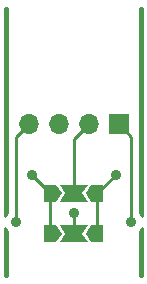
<source format=gtl>
%TF.GenerationSoftware,KiCad,Pcbnew,5.1.0*%
%TF.CreationDate,2019-04-08T01:08:53+02:00*%
%TF.ProjectId,Illumination-PLCC4,496c6c75-6d69-46e6-9174-696f6e2d504c,rev?*%
%TF.SameCoordinates,Original*%
%TF.FileFunction,Copper,L1,Top*%
%TF.FilePolarity,Positive*%
%FSLAX46Y46*%
G04 Gerber Fmt 4.6, Leading zero omitted, Abs format (unit mm)*
G04 Created by KiCad (PCBNEW 5.1.0) date 2019-04-08 01:08:53*
%MOMM*%
%LPD*%
G04 APERTURE LIST*
%ADD10C,0.300000*%
%ADD11C,0.100000*%
%ADD12O,1.700000X1.700000*%
%ADD13R,1.700000X1.700000*%
%ADD14C,0.900000*%
%ADD15C,0.250000*%
%ADD16C,0.254000*%
G04 APERTURE END LIST*
D10*
X149500000Y-148350000D03*
D11*
G36*
X148500000Y-148350000D02*
G01*
X149000000Y-147600000D01*
X150000000Y-147600000D01*
X150000000Y-149100000D01*
X149000000Y-149100000D01*
X148500000Y-148350000D01*
X148500000Y-148350000D01*
G37*
D10*
X147500000Y-148350000D03*
D11*
G36*
X146800000Y-148350000D02*
G01*
X146300000Y-147600000D01*
X148700000Y-147600000D01*
X148200000Y-148350000D01*
X148700000Y-149100000D01*
X146300000Y-149100000D01*
X146800000Y-148350000D01*
X146800000Y-148350000D01*
G37*
D10*
X145500000Y-148350000D03*
D11*
G36*
X146500000Y-148350000D02*
G01*
X146000000Y-149100000D01*
X145000000Y-149100000D01*
X145000000Y-147600000D01*
X146000000Y-147600000D01*
X146500000Y-148350000D01*
X146500000Y-148350000D01*
G37*
D10*
X149500000Y-151750000D03*
D11*
G36*
X148500000Y-151750000D02*
G01*
X149000000Y-151000000D01*
X150000000Y-151000000D01*
X150000000Y-152500000D01*
X149000000Y-152500000D01*
X148500000Y-151750000D01*
X148500000Y-151750000D01*
G37*
D10*
X147500000Y-151750000D03*
D11*
G36*
X148200000Y-151750000D02*
G01*
X148700000Y-152500000D01*
X146300000Y-152500000D01*
X146800000Y-151750000D01*
X146300000Y-151000000D01*
X148700000Y-151000000D01*
X148200000Y-151750000D01*
X148200000Y-151750000D01*
G37*
D10*
X145500000Y-151750000D03*
D11*
G36*
X146500000Y-151750000D02*
G01*
X146000000Y-152500000D01*
X145000000Y-152500000D01*
X145000000Y-151000000D01*
X146000000Y-151000000D01*
X146500000Y-151750000D01*
X146500000Y-151750000D01*
G37*
D12*
X143690000Y-142500000D03*
X146230000Y-142500000D03*
X148770000Y-142500000D03*
D13*
X151310000Y-142500000D03*
D14*
X143950000Y-146800000D03*
X142650000Y-150750000D03*
X152350000Y-150750000D03*
X151050000Y-146800000D03*
X147500000Y-150000000D03*
D15*
X145500000Y-148350000D02*
X145500000Y-151750000D01*
X145500000Y-148350000D02*
X143950000Y-146800000D01*
X142650000Y-150750000D02*
X142650000Y-150750000D01*
X142650000Y-150750000D02*
X142650000Y-144540000D01*
X142650000Y-143540000D02*
X143690000Y-142500000D01*
X142650000Y-144540000D02*
X142650000Y-143540000D01*
X151310000Y-142500000D02*
X151310000Y-142510000D01*
X152350000Y-143550000D02*
X152350000Y-144700000D01*
X151310000Y-142510000D02*
X152350000Y-143550000D01*
X152350000Y-150750000D02*
X152350000Y-144700000D01*
X149500000Y-151750000D02*
X149500000Y-148350000D01*
X149500000Y-148350000D02*
X151050000Y-146800000D01*
X147500000Y-151750000D02*
X147500000Y-150000000D01*
X147500000Y-148350000D02*
X147500000Y-144770000D01*
X147500000Y-143770000D02*
X148770000Y-142500000D01*
X147500000Y-144770000D02*
X147500000Y-143770000D01*
D16*
G36*
X153315000Y-155315000D02*
G01*
X153127000Y-155315000D01*
X153127000Y-153902007D01*
X153135000Y-153861788D01*
X153135000Y-153638212D01*
X153127000Y-153597993D01*
X153127000Y-151507422D01*
X153192775Y-151441647D01*
X153311515Y-151263940D01*
X153315000Y-151255526D01*
X153315000Y-155315000D01*
X153315000Y-155315000D01*
G37*
X153315000Y-155315000D02*
X153127000Y-155315000D01*
X153127000Y-153902007D01*
X153135000Y-153861788D01*
X153135000Y-153638212D01*
X153127000Y-153597993D01*
X153127000Y-151507422D01*
X153192775Y-151441647D01*
X153311515Y-151263940D01*
X153315000Y-151255526D01*
X153315000Y-155315000D01*
G36*
X153315000Y-150244474D02*
G01*
X153311515Y-150236060D01*
X153192775Y-150058353D01*
X153127000Y-149992578D01*
X153127000Y-132685000D01*
X153315001Y-132685000D01*
X153315000Y-150244474D01*
X153315000Y-150244474D01*
G37*
X153315000Y-150244474D02*
X153311515Y-150236060D01*
X153192775Y-150058353D01*
X153127000Y-149992578D01*
X153127000Y-132685000D01*
X153315001Y-132685000D01*
X153315000Y-150244474D01*
G36*
X141688485Y-151263940D02*
G01*
X141807225Y-151441647D01*
X141873000Y-151507422D01*
X141873000Y-153597993D01*
X141865000Y-153638212D01*
X141865000Y-153861788D01*
X141873000Y-153902007D01*
X141873000Y-155315000D01*
X141685000Y-155315000D01*
X141685000Y-151255526D01*
X141688485Y-151263940D01*
X141688485Y-151263940D01*
G37*
X141688485Y-151263940D02*
X141807225Y-151441647D01*
X141873000Y-151507422D01*
X141873000Y-153597993D01*
X141865000Y-153638212D01*
X141865000Y-153861788D01*
X141873000Y-153902007D01*
X141873000Y-155315000D01*
X141685000Y-155315000D01*
X141685000Y-151255526D01*
X141688485Y-151263940D01*
G36*
X141873000Y-149992578D02*
G01*
X141807225Y-150058353D01*
X141688485Y-150236060D01*
X141685000Y-150244474D01*
X141685000Y-132685000D01*
X141873000Y-132685000D01*
X141873000Y-149992578D01*
X141873000Y-149992578D01*
G37*
X141873000Y-149992578D02*
X141807225Y-150058353D01*
X141688485Y-150236060D01*
X141685000Y-150244474D01*
X141685000Y-132685000D01*
X141873000Y-132685000D01*
X141873000Y-149992578D01*
M02*

</source>
